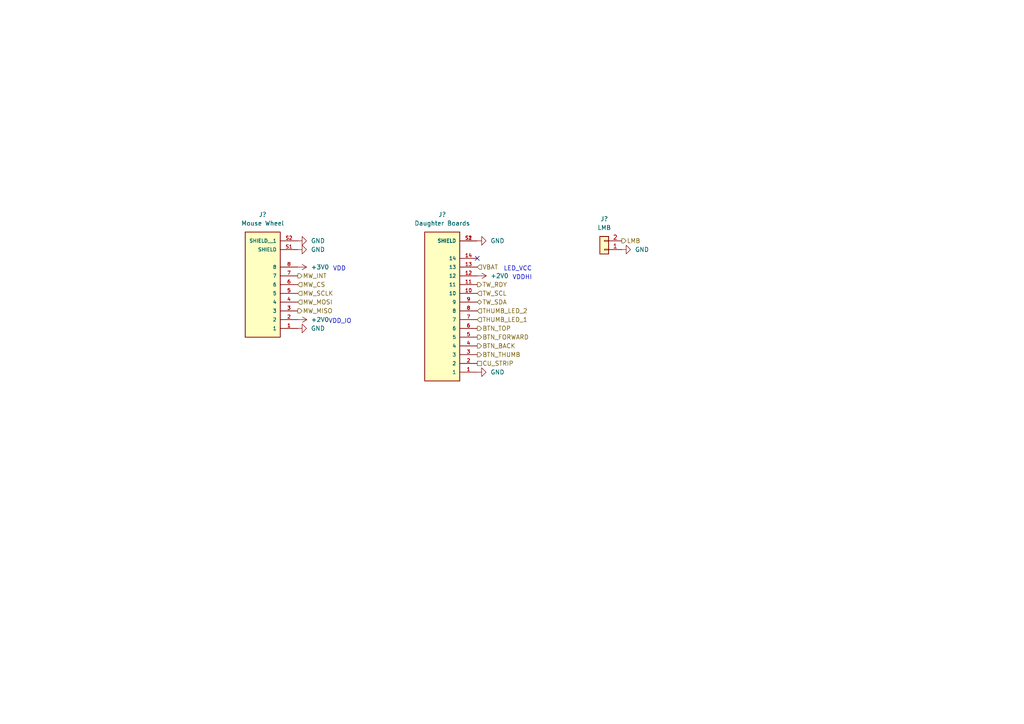
<source format=kicad_sch>
(kicad_sch (version 20211123) (generator eeschema)
  (paper "A4")
  (lib_symbols
    (symbol "2v:+2V" (power) (pin_numbers hide) (pin_names (offset 0) hide) (in_bom no) (on_board no)
      (property "Value" "+2V" (at 0 3.8 0))
      (symbol "+2V_0_1"
        (polyline (pts (xy -0.7623 1.3733) (xy -0.0003 2.6433)))
        (polyline (pts (xy -0.0003 2.6433) (xy 0.7617 1.3733)))
        (polyline (pts (xy 0 0) (xy 0 2.54)))
      )
      (symbol "+2V_1_1"
        (pin power_in line (at 0 0 90) (length 0) hide (name "+2V0") (number "1"))
      )
    )
    (symbol "Connector_Generic:Conn_01x02" (pin_names (offset 1.016) hide)
      (property "Reference" "J" (at 0 2.54 0))
      (property "Value" "Conn_01x02" (at 0 -5.08 0))
      (symbol "Conn_01x02_1_1"
        (rectangle (start -1.27 -2.413) (end 0 -2.667) (stroke (width 0.1524)))
        (rectangle (start -1.27 0.127) (end 0 -0.127) (stroke (width 0.1524)))
        (rectangle (start -1.27 1.27) (end 1.27 -3.81) (stroke (width 0.254)) (fill (type background)))
        (pin passive line (at -5.08 0 0) (length 3.81) (name "Pin_1") (number "1"))
        (pin passive line (at -5.08 -2.54 0) (length 3.81) (name "Pin_2") (number "2"))
      )
    )
    (symbol "FFC 14:1-1734742-4" (pin_names (offset 1.016))
      (property "Reference" "J" (at -5.08 21.59 0))
      (property "Value" "1-1734742-4" (at -5.08 -24.13 0))
      (symbol "1-1734742-4_0_0"
        (rectangle (start -5.08 -22.86) (end 5.08 20.32) (stroke (width 0.254)) (fill (type background)))
        (pin passive line (at -10.16 17.78 0) (length 5.08) (name "1") (number "1"))
        (pin passive line (at -10.16 -5.08 0) (length 5.08) (name "10") (number "10"))
        (pin passive line (at -10.16 -7.62 0) (length 5.08) (name "11") (number "11"))
        (pin passive line (at -10.16 -10.16 0) (length 5.08) (name "12") (number "12"))
        (pin passive line (at -10.16 -12.7 0) (length 5.08) (name "13") (number "13"))
        (pin passive line (at -10.16 -15.24 0) (length 5.08) (name "14") (number "14"))
        (pin passive line (at -10.16 15.24 0) (length 5.08) (name "2") (number "2"))
        (pin passive line (at -10.16 12.7 0) (length 5.08) (name "3") (number "3"))
        (pin passive line (at -10.16 10.16 0) (length 5.08) (name "4") (number "4"))
        (pin passive line (at -10.16 7.62 0) (length 5.08) (name "5") (number "5"))
        (pin passive line (at -10.16 5.08 0) (length 5.08) (name "6") (number "6"))
        (pin passive line (at -10.16 2.54 0) (length 5.08) (name "7") (number "7"))
        (pin passive line (at -10.16 0 0) (length 5.08) (name "8") (number "8"))
        (pin passive line (at -10.16 -2.54 0) (length 5.08) (name "9") (number "9"))
        (pin passive line (at -10.16 -20.32 0) (length 5.08) (name "SHIELD") (number "S1"))
        (pin passive line (at -10.16 -20.32 0) (length 5.08) (name "SHIELD") (number "S2"))
      )
    )
    (symbol "FFC 8:1734742-8" (pin_names (offset 1.016))
      (property "Reference" "J" (at -5.08 13.97 0))
      (property "Value" "1734742-8" (at -5.08 -19.05 0))
      (symbol "1734742-8_0_0"
        (rectangle (start -5.08 -17.78) (end 5.08 12.7) (stroke (width 0.254)) (fill (type background)))
        (pin passive line (at -10.16 10.16 0) (length 5.08) (name "1") (number "1"))
        (pin passive line (at -10.16 7.62 0) (length 5.08) (name "2") (number "2"))
        (pin passive line (at -10.16 5.08 0) (length 5.08) (name "3") (number "3"))
        (pin passive line (at -10.16 2.54 0) (length 5.08) (name "4") (number "4"))
        (pin passive line (at -10.16 0 0) (length 5.08) (name "5") (number "5"))
        (pin passive line (at -10.16 -2.54 0) (length 5.08) (name "6") (number "6"))
        (pin passive line (at -10.16 -5.08 0) (length 5.08) (name "7") (number "7"))
        (pin passive line (at -10.16 -7.62 0) (length 5.08) (name "8") (number "8"))
        (pin passive line (at -10.16 -12.7 0) (length 5.08) (name "SHIELD") (number "S1"))
        (pin passive line (at -10.16 -15.24 0) (length 5.08) (name "SHIELD__1") (number "S2"))
      )
    )
    (symbol "power:+3V0" (power) (pin_names (offset 0))
      (property "Value" "+3V0" (at 0 3.556 0))
      (symbol "+3V0_0_1"
        (polyline (pts (xy -0.762 1.27) (xy 0 2.54)))
        (polyline (pts (xy 0 0) (xy 0 2.54)))
        (polyline (pts (xy 0 2.54) (xy 0.762 1.27)))
      )
      (symbol "+3V0_1_1"
        (pin power_in line (at 0 0 90) (length 0) hide (name "+3V0") (number "1"))
      )
    )
    (symbol "power:GND" (power) (pin_names (offset 0))
      (property "Value" "GND" (at 0 -3.81 0))
      (symbol "GND_0_1"
        (polyline (pts (xy 0 0) (xy 0 -1.27) (xy 1.27 -1.27) (xy 0 -2.54) (xy -1.27 -1.27) (xy 0 -1.27)))
      )
      (symbol "GND_1_1"
        (pin power_in line (at 0 0 270) (length 0) hide (name "GND") (number "1"))
      )
    )
  )
  (no_connect (at 138.43 74.93))
  (text "VDD_IO\n" (at 95.25 93.98 0) (effects (font (size 1.27 1.27)) (justify left bottom)))
  (text "VDDHI" (at 148.59 81.28 0) (effects (font (size 1.27 1.27)) (justify left bottom)))
  (text "LED_VCC" (at 146.05 78.74 0) (effects (font (size 1.27 1.27)) (justify left bottom)))
  (text "VDD" (at 96.52 78.74 0) (effects (font (size 1.27 1.27)) (justify left bottom)))
  (hierarchical_label "MW_SCLK" (shape input) (at 86.36 85.09 0))
  (hierarchical_label "MW_MOSI" (shape input) (at 86.36 87.63 0))
  (hierarchical_label "BTN_TOP" (shape output) (at 138.43 95.25 0))
  (hierarchical_label "THUMB_LED_1" (shape input) (at 138.43 92.71 0))
  (hierarchical_label "MW_MISO" (shape output) (at 86.36 90.17 0))
  (hierarchical_label "MW_CS" (shape input) (at 86.36 82.55 0))
  (hierarchical_label "BTN_BACK" (shape output) (at 138.43 100.33 0))
  (hierarchical_label "BTN_THUMB" (shape output) (at 138.43 102.87 0))
  (hierarchical_label "MW_INT" (shape output) (at 86.36 80.01 0))
  (hierarchical_label "TW_RDY" (shape output) (at 138.43 82.55 0))
  (hierarchical_label "VBAT" (shape input) (at 138.43 77.47 0))
  (hierarchical_label "TW_SCL" (shape input) (at 138.43 85.09 0))
  (hierarchical_label "LMB" (shape output) (at 180.34 69.85 0))
  (hierarchical_label "THUMB_LED_2" (shape input) (at 138.43 90.17 0))
  (hierarchical_label "TW_SDA" (shape bidirectional) (at 138.43 87.63 0))
  (hierarchical_label "CU_STRIP" (shape passive) (at 138.43 105.41 0))
  (hierarchical_label "BTN_FORWARD" (shape output) (at 138.43 97.79 0))
  (symbol (lib_id "Connector_Generic:Conn_01x02") (at 175.26 72.39 180) (unit 1)
    (property "Reference" "J?" (at 175.26 63.5 0))
    (property "Value" "LMB" (at 175.26 66.04 0))
    (property "Footprint" "Connector_PinHeader_2.00mm:PinHeader_1x02_P2.00mm_Vertical" (effects hide))
  )
  (symbol (lib_id "power:GND") (at 86.36 72.39 90) (unit 1)
    (property "Reference" "#PWR?" (effects hide))
    (property "Value" "GND" (at 90.17 72.3899 90) (effects (justify right)))
  )
  (symbol (lib_id "power:GND") (at 138.43 107.95 90) (unit 1)
    (property "Reference" "#PWR?" (effects hide))
    (property "Value" "GND" (at 142.24 107.9499 90) (effects (justify right)))
  )
  (symbol (lib_id "FFC 14:1-1734742-4") (at 128.27 90.17 180) (unit 1)
    (property "Reference" "J?" (at 128.27 62.23 0))
    (property "Value" "Daughter Boards" (at 128.27 64.77 0))
    (property "Footprint" "1-1734742-4:TE_1-1734742-4" (effects hide))
    (property "Datasheet" "https://www.azoteq.com/product/iqs624/" (effects hide))
    (property "Comment" "1-1734742-4" (effects hide))
    (property "DigiKey_Part_Number" "A100234TR-ND" (effects hide))
    (property "MF" "TE Connectivity" (effects hide))
    (property "MAXIMUM_PACKAGE_HEIGHT" "5.30mm" (effects hide))
    (property "Package" "None" (effects hide))
    (property "Check_prices" "https://www.snapeda.com/parts/1-1734742-4/TE+Connectivity+AMP+Connectors/view-part/?ref=eda" (effects hide))
    (property "STANDARD" "Manufacturer Recommendations" (effects hide))
    (property "PARTREV" "P" (effects hide))
    (property "SnapEDA_Link" "https://www.snapeda.com/parts/1-1734742-4/TE+Connectivity+AMP+Connectors/view-part/?ref=snap" (effects hide))
    (property "MP" "1-1734742-4" (effects hide))
    (property "Purchase-URL" "https://www.snapeda.com/api/url_track_click_mouser/?unipart_id=482945&manufacturer=TE Connectivity&part_name=1-1734742-4&search_term=None" (effects hide))
    (property "EU_RoHS_Compliance" "Compliant" (effects hide))
    (property "Description" "\nFfc / Fpc Board Connector, Surface Mount, Receptacle, 14, 0.5 Mm\n" (effects hide))
    (property "MANUFACTURER" "TE Connectivity" (effects hide))
  )
  (symbol (lib_id "power:GND") (at 180.34 72.39 90) (unit 1)
    (property "Reference" "#PWR?" (effects hide))
    (property "Value" "GND" (at 184.15 72.3899 90) (effects (justify right)))
  )
  (symbol (lib_id "FFC 8:1734742-8") (at 76.2 85.09 180) (unit 1)
    (property "Reference" "J?" (at 76.2 62.23 0))
    (property "Value" "Mouse Wheel" (at 76.2 64.77 0))
    (property "Footprint" "1734742-8:TE_1734742-8" (effects hide))
    (property "Datasheet" "https://www.melexis.com/en/product/MLX90393/Triaxis-Micropower-Magnetometer" (effects hide))
    (property "PARTREV" "P" (effects hide))
    (property "MANUFACTURER" "TE Connectivity" (effects hide))
    (property "MAXIMUM_PACKAGE_HEIGHT" "5.30mm" (effects hide))
    (property "STANDARD" "Manufacturer Recommendations" (effects hide))
  )
  (symbol (lib_id "2v:+2V") (at 138.43 80.01 270) (unit 1) (in_bom no) (on_board no)
    (property "Reference" "#PWR?" (effects hide))
    (property "Value" "+2V" (at 142.24 80.0096 90) (effects (justify left)))
  )
  (symbol (lib_id "power:+3V0") (at 86.36 77.47 270) (unit 1)
    (property "Reference" "#PWR?" (effects hide))
    (property "Value" "+3V0" (at 90.17 77.4699 90) (effects (justify left)))
  )
  (symbol (lib_id "power:GND") (at 138.43 69.85 90) (unit 1)
    (property "Reference" "#PWR?" (effects hide))
    (property "Value" "GND" (at 142.24 69.8499 90) (effects (justify right)))
  )
  (symbol (lib_id "power:GND") (at 86.36 95.25 90) (unit 1)
    (property "Reference" "#PWR?" (effects hide))
    (property "Value" "GND" (at 90.17 95.2499 90) (effects (justify right)))
  )
  (symbol (lib_id "power:GND") (at 86.36 69.85 90) (unit 1)
    (property "Reference" "#PWR?" (effects hide))
    (property "Value" "GND" (at 90.17 69.8499 90) (effects (justify right)))
  )
  (symbol (lib_id "2v:+2V") (at 86.36 92.71 270) (unit 1) (in_bom no) (on_board no)
    (property "Reference" "#PWR?" (effects hide))
    (property "Value" "+2V" (at 90.17 92.7096 90) (effects (justify left)))
  )
)
</source>
